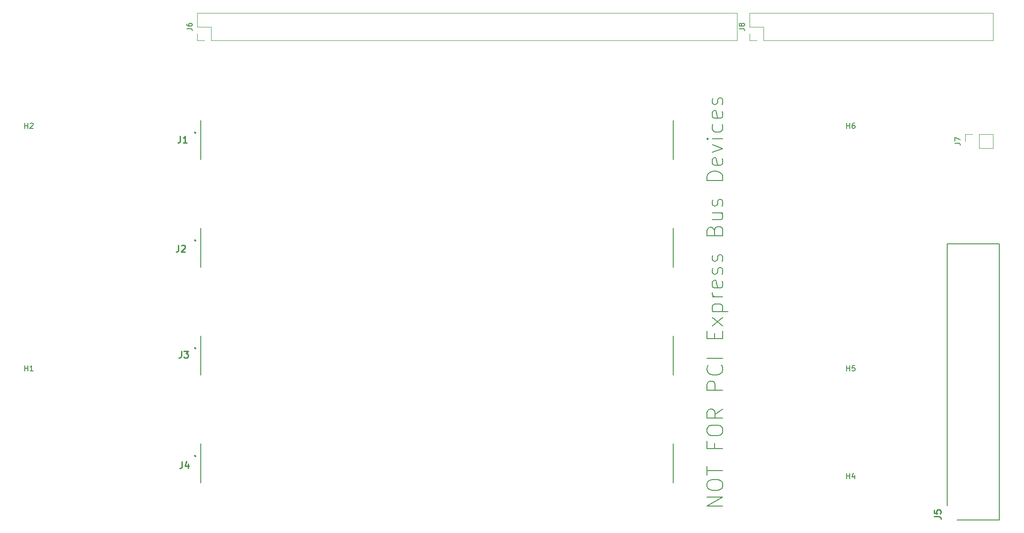
<source format=gbr>
%TF.GenerationSoftware,KiCad,Pcbnew,7.0.10+dfsg-1*%
%TF.CreationDate,2024-02-25T05:42:20-05:00*%
%TF.ProjectId,BB816-MATX-minimal,42423831-362d-44d4-9154-582d6d696e69,rev?*%
%TF.SameCoordinates,Original*%
%TF.FileFunction,Legend,Top*%
%TF.FilePolarity,Positive*%
%FSLAX46Y46*%
G04 Gerber Fmt 4.6, Leading zero omitted, Abs format (unit mm)*
G04 Created by KiCad (PCBNEW 7.0.10+dfsg-1) date 2024-02-25 05:42:20*
%MOMM*%
%LPD*%
G01*
G04 APERTURE LIST*
%ADD10C,0.150000*%
%ADD11C,0.254000*%
%ADD12C,0.200000*%
%ADD13C,0.120000*%
G04 APERTURE END LIST*
D10*
X179085057Y-254177030D02*
X176085057Y-254177030D01*
X176085057Y-254177030D02*
X179085057Y-252462744D01*
X179085057Y-252462744D02*
X176085057Y-252462744D01*
X176085057Y-250462744D02*
X176085057Y-249891316D01*
X176085057Y-249891316D02*
X176227914Y-249605601D01*
X176227914Y-249605601D02*
X176513628Y-249319887D01*
X176513628Y-249319887D02*
X177085057Y-249177030D01*
X177085057Y-249177030D02*
X178085057Y-249177030D01*
X178085057Y-249177030D02*
X178656485Y-249319887D01*
X178656485Y-249319887D02*
X178942200Y-249605601D01*
X178942200Y-249605601D02*
X179085057Y-249891316D01*
X179085057Y-249891316D02*
X179085057Y-250462744D01*
X179085057Y-250462744D02*
X178942200Y-250748459D01*
X178942200Y-250748459D02*
X178656485Y-251034173D01*
X178656485Y-251034173D02*
X178085057Y-251177030D01*
X178085057Y-251177030D02*
X177085057Y-251177030D01*
X177085057Y-251177030D02*
X176513628Y-251034173D01*
X176513628Y-251034173D02*
X176227914Y-250748459D01*
X176227914Y-250748459D02*
X176085057Y-250462744D01*
X176085057Y-248319887D02*
X176085057Y-246605602D01*
X179085057Y-247462744D02*
X176085057Y-247462744D01*
X177513628Y-242319888D02*
X177513628Y-243319888D01*
X179085057Y-243319888D02*
X176085057Y-243319888D01*
X176085057Y-243319888D02*
X176085057Y-241891316D01*
X176085057Y-240177030D02*
X176085057Y-239605602D01*
X176085057Y-239605602D02*
X176227914Y-239319887D01*
X176227914Y-239319887D02*
X176513628Y-239034173D01*
X176513628Y-239034173D02*
X177085057Y-238891316D01*
X177085057Y-238891316D02*
X178085057Y-238891316D01*
X178085057Y-238891316D02*
X178656485Y-239034173D01*
X178656485Y-239034173D02*
X178942200Y-239319887D01*
X178942200Y-239319887D02*
X179085057Y-239605602D01*
X179085057Y-239605602D02*
X179085057Y-240177030D01*
X179085057Y-240177030D02*
X178942200Y-240462745D01*
X178942200Y-240462745D02*
X178656485Y-240748459D01*
X178656485Y-240748459D02*
X178085057Y-240891316D01*
X178085057Y-240891316D02*
X177085057Y-240891316D01*
X177085057Y-240891316D02*
X176513628Y-240748459D01*
X176513628Y-240748459D02*
X176227914Y-240462745D01*
X176227914Y-240462745D02*
X176085057Y-240177030D01*
X179085057Y-235891316D02*
X177656485Y-236891316D01*
X179085057Y-237605602D02*
X176085057Y-237605602D01*
X176085057Y-237605602D02*
X176085057Y-236462745D01*
X176085057Y-236462745D02*
X176227914Y-236177030D01*
X176227914Y-236177030D02*
X176370771Y-236034173D01*
X176370771Y-236034173D02*
X176656485Y-235891316D01*
X176656485Y-235891316D02*
X177085057Y-235891316D01*
X177085057Y-235891316D02*
X177370771Y-236034173D01*
X177370771Y-236034173D02*
X177513628Y-236177030D01*
X177513628Y-236177030D02*
X177656485Y-236462745D01*
X177656485Y-236462745D02*
X177656485Y-237605602D01*
X179085057Y-232319888D02*
X176085057Y-232319888D01*
X176085057Y-232319888D02*
X176085057Y-231177031D01*
X176085057Y-231177031D02*
X176227914Y-230891316D01*
X176227914Y-230891316D02*
X176370771Y-230748459D01*
X176370771Y-230748459D02*
X176656485Y-230605602D01*
X176656485Y-230605602D02*
X177085057Y-230605602D01*
X177085057Y-230605602D02*
X177370771Y-230748459D01*
X177370771Y-230748459D02*
X177513628Y-230891316D01*
X177513628Y-230891316D02*
X177656485Y-231177031D01*
X177656485Y-231177031D02*
X177656485Y-232319888D01*
X178799342Y-227605602D02*
X178942200Y-227748459D01*
X178942200Y-227748459D02*
X179085057Y-228177031D01*
X179085057Y-228177031D02*
X179085057Y-228462745D01*
X179085057Y-228462745D02*
X178942200Y-228891316D01*
X178942200Y-228891316D02*
X178656485Y-229177031D01*
X178656485Y-229177031D02*
X178370771Y-229319888D01*
X178370771Y-229319888D02*
X177799342Y-229462745D01*
X177799342Y-229462745D02*
X177370771Y-229462745D01*
X177370771Y-229462745D02*
X176799342Y-229319888D01*
X176799342Y-229319888D02*
X176513628Y-229177031D01*
X176513628Y-229177031D02*
X176227914Y-228891316D01*
X176227914Y-228891316D02*
X176085057Y-228462745D01*
X176085057Y-228462745D02*
X176085057Y-228177031D01*
X176085057Y-228177031D02*
X176227914Y-227748459D01*
X176227914Y-227748459D02*
X176370771Y-227605602D01*
X179085057Y-226319888D02*
X176085057Y-226319888D01*
X177513628Y-222605603D02*
X177513628Y-221605603D01*
X179085057Y-221177031D02*
X179085057Y-222605603D01*
X179085057Y-222605603D02*
X176085057Y-222605603D01*
X176085057Y-222605603D02*
X176085057Y-221177031D01*
X179085057Y-220177031D02*
X177085057Y-218605603D01*
X177085057Y-220177031D02*
X179085057Y-218605603D01*
X177085057Y-217462746D02*
X180085057Y-217462746D01*
X177227914Y-217462746D02*
X177085057Y-217177032D01*
X177085057Y-217177032D02*
X177085057Y-216605603D01*
X177085057Y-216605603D02*
X177227914Y-216319889D01*
X177227914Y-216319889D02*
X177370771Y-216177032D01*
X177370771Y-216177032D02*
X177656485Y-216034174D01*
X177656485Y-216034174D02*
X178513628Y-216034174D01*
X178513628Y-216034174D02*
X178799342Y-216177032D01*
X178799342Y-216177032D02*
X178942200Y-216319889D01*
X178942200Y-216319889D02*
X179085057Y-216605603D01*
X179085057Y-216605603D02*
X179085057Y-217177032D01*
X179085057Y-217177032D02*
X178942200Y-217462746D01*
X179085057Y-214748460D02*
X177085057Y-214748460D01*
X177656485Y-214748460D02*
X177370771Y-214605603D01*
X177370771Y-214605603D02*
X177227914Y-214462746D01*
X177227914Y-214462746D02*
X177085057Y-214177031D01*
X177085057Y-214177031D02*
X177085057Y-213891317D01*
X178942200Y-211748460D02*
X179085057Y-212034174D01*
X179085057Y-212034174D02*
X179085057Y-212605603D01*
X179085057Y-212605603D02*
X178942200Y-212891317D01*
X178942200Y-212891317D02*
X178656485Y-213034174D01*
X178656485Y-213034174D02*
X177513628Y-213034174D01*
X177513628Y-213034174D02*
X177227914Y-212891317D01*
X177227914Y-212891317D02*
X177085057Y-212605603D01*
X177085057Y-212605603D02*
X177085057Y-212034174D01*
X177085057Y-212034174D02*
X177227914Y-211748460D01*
X177227914Y-211748460D02*
X177513628Y-211605603D01*
X177513628Y-211605603D02*
X177799342Y-211605603D01*
X177799342Y-211605603D02*
X178085057Y-213034174D01*
X178942200Y-210462745D02*
X179085057Y-210177031D01*
X179085057Y-210177031D02*
X179085057Y-209605602D01*
X179085057Y-209605602D02*
X178942200Y-209319888D01*
X178942200Y-209319888D02*
X178656485Y-209177031D01*
X178656485Y-209177031D02*
X178513628Y-209177031D01*
X178513628Y-209177031D02*
X178227914Y-209319888D01*
X178227914Y-209319888D02*
X178085057Y-209605602D01*
X178085057Y-209605602D02*
X178085057Y-210034174D01*
X178085057Y-210034174D02*
X177942200Y-210319888D01*
X177942200Y-210319888D02*
X177656485Y-210462745D01*
X177656485Y-210462745D02*
X177513628Y-210462745D01*
X177513628Y-210462745D02*
X177227914Y-210319888D01*
X177227914Y-210319888D02*
X177085057Y-210034174D01*
X177085057Y-210034174D02*
X177085057Y-209605602D01*
X177085057Y-209605602D02*
X177227914Y-209319888D01*
X178942200Y-208034174D02*
X179085057Y-207748460D01*
X179085057Y-207748460D02*
X179085057Y-207177031D01*
X179085057Y-207177031D02*
X178942200Y-206891317D01*
X178942200Y-206891317D02*
X178656485Y-206748460D01*
X178656485Y-206748460D02*
X178513628Y-206748460D01*
X178513628Y-206748460D02*
X178227914Y-206891317D01*
X178227914Y-206891317D02*
X178085057Y-207177031D01*
X178085057Y-207177031D02*
X178085057Y-207605603D01*
X178085057Y-207605603D02*
X177942200Y-207891317D01*
X177942200Y-207891317D02*
X177656485Y-208034174D01*
X177656485Y-208034174D02*
X177513628Y-208034174D01*
X177513628Y-208034174D02*
X177227914Y-207891317D01*
X177227914Y-207891317D02*
X177085057Y-207605603D01*
X177085057Y-207605603D02*
X177085057Y-207177031D01*
X177085057Y-207177031D02*
X177227914Y-206891317D01*
X177513628Y-202177032D02*
X177656485Y-201748460D01*
X177656485Y-201748460D02*
X177799342Y-201605603D01*
X177799342Y-201605603D02*
X178085057Y-201462746D01*
X178085057Y-201462746D02*
X178513628Y-201462746D01*
X178513628Y-201462746D02*
X178799342Y-201605603D01*
X178799342Y-201605603D02*
X178942200Y-201748460D01*
X178942200Y-201748460D02*
X179085057Y-202034175D01*
X179085057Y-202034175D02*
X179085057Y-203177032D01*
X179085057Y-203177032D02*
X176085057Y-203177032D01*
X176085057Y-203177032D02*
X176085057Y-202177032D01*
X176085057Y-202177032D02*
X176227914Y-201891318D01*
X176227914Y-201891318D02*
X176370771Y-201748460D01*
X176370771Y-201748460D02*
X176656485Y-201605603D01*
X176656485Y-201605603D02*
X176942200Y-201605603D01*
X176942200Y-201605603D02*
X177227914Y-201748460D01*
X177227914Y-201748460D02*
X177370771Y-201891318D01*
X177370771Y-201891318D02*
X177513628Y-202177032D01*
X177513628Y-202177032D02*
X177513628Y-203177032D01*
X177085057Y-198891318D02*
X179085057Y-198891318D01*
X177085057Y-200177032D02*
X178656485Y-200177032D01*
X178656485Y-200177032D02*
X178942200Y-200034175D01*
X178942200Y-200034175D02*
X179085057Y-199748460D01*
X179085057Y-199748460D02*
X179085057Y-199319889D01*
X179085057Y-199319889D02*
X178942200Y-199034175D01*
X178942200Y-199034175D02*
X178799342Y-198891318D01*
X178942200Y-197605603D02*
X179085057Y-197319889D01*
X179085057Y-197319889D02*
X179085057Y-196748460D01*
X179085057Y-196748460D02*
X178942200Y-196462746D01*
X178942200Y-196462746D02*
X178656485Y-196319889D01*
X178656485Y-196319889D02*
X178513628Y-196319889D01*
X178513628Y-196319889D02*
X178227914Y-196462746D01*
X178227914Y-196462746D02*
X178085057Y-196748460D01*
X178085057Y-196748460D02*
X178085057Y-197177032D01*
X178085057Y-197177032D02*
X177942200Y-197462746D01*
X177942200Y-197462746D02*
X177656485Y-197605603D01*
X177656485Y-197605603D02*
X177513628Y-197605603D01*
X177513628Y-197605603D02*
X177227914Y-197462746D01*
X177227914Y-197462746D02*
X177085057Y-197177032D01*
X177085057Y-197177032D02*
X177085057Y-196748460D01*
X177085057Y-196748460D02*
X177227914Y-196462746D01*
X179085057Y-192748461D02*
X176085057Y-192748461D01*
X176085057Y-192748461D02*
X176085057Y-192034175D01*
X176085057Y-192034175D02*
X176227914Y-191605604D01*
X176227914Y-191605604D02*
X176513628Y-191319889D01*
X176513628Y-191319889D02*
X176799342Y-191177032D01*
X176799342Y-191177032D02*
X177370771Y-191034175D01*
X177370771Y-191034175D02*
X177799342Y-191034175D01*
X177799342Y-191034175D02*
X178370771Y-191177032D01*
X178370771Y-191177032D02*
X178656485Y-191319889D01*
X178656485Y-191319889D02*
X178942200Y-191605604D01*
X178942200Y-191605604D02*
X179085057Y-192034175D01*
X179085057Y-192034175D02*
X179085057Y-192748461D01*
X178942200Y-188605604D02*
X179085057Y-188891318D01*
X179085057Y-188891318D02*
X179085057Y-189462747D01*
X179085057Y-189462747D02*
X178942200Y-189748461D01*
X178942200Y-189748461D02*
X178656485Y-189891318D01*
X178656485Y-189891318D02*
X177513628Y-189891318D01*
X177513628Y-189891318D02*
X177227914Y-189748461D01*
X177227914Y-189748461D02*
X177085057Y-189462747D01*
X177085057Y-189462747D02*
X177085057Y-188891318D01*
X177085057Y-188891318D02*
X177227914Y-188605604D01*
X177227914Y-188605604D02*
X177513628Y-188462747D01*
X177513628Y-188462747D02*
X177799342Y-188462747D01*
X177799342Y-188462747D02*
X178085057Y-189891318D01*
X177085057Y-187462746D02*
X179085057Y-186748460D01*
X179085057Y-186748460D02*
X177085057Y-186034175D01*
X179085057Y-184891318D02*
X177085057Y-184891318D01*
X176085057Y-184891318D02*
X176227914Y-185034175D01*
X176227914Y-185034175D02*
X176370771Y-184891318D01*
X176370771Y-184891318D02*
X176227914Y-184748461D01*
X176227914Y-184748461D02*
X176085057Y-184891318D01*
X176085057Y-184891318D02*
X176370771Y-184891318D01*
X178942200Y-182177033D02*
X179085057Y-182462747D01*
X179085057Y-182462747D02*
X179085057Y-183034175D01*
X179085057Y-183034175D02*
X178942200Y-183319890D01*
X178942200Y-183319890D02*
X178799342Y-183462747D01*
X178799342Y-183462747D02*
X178513628Y-183605604D01*
X178513628Y-183605604D02*
X177656485Y-183605604D01*
X177656485Y-183605604D02*
X177370771Y-183462747D01*
X177370771Y-183462747D02*
X177227914Y-183319890D01*
X177227914Y-183319890D02*
X177085057Y-183034175D01*
X177085057Y-183034175D02*
X177085057Y-182462747D01*
X177085057Y-182462747D02*
X177227914Y-182177033D01*
X178942200Y-179748461D02*
X179085057Y-180034175D01*
X179085057Y-180034175D02*
X179085057Y-180605604D01*
X179085057Y-180605604D02*
X178942200Y-180891318D01*
X178942200Y-180891318D02*
X178656485Y-181034175D01*
X178656485Y-181034175D02*
X177513628Y-181034175D01*
X177513628Y-181034175D02*
X177227914Y-180891318D01*
X177227914Y-180891318D02*
X177085057Y-180605604D01*
X177085057Y-180605604D02*
X177085057Y-180034175D01*
X177085057Y-180034175D02*
X177227914Y-179748461D01*
X177227914Y-179748461D02*
X177513628Y-179605604D01*
X177513628Y-179605604D02*
X177799342Y-179605604D01*
X177799342Y-179605604D02*
X178085057Y-181034175D01*
X178942200Y-178462746D02*
X179085057Y-178177032D01*
X179085057Y-178177032D02*
X179085057Y-177605603D01*
X179085057Y-177605603D02*
X178942200Y-177319889D01*
X178942200Y-177319889D02*
X178656485Y-177177032D01*
X178656485Y-177177032D02*
X178513628Y-177177032D01*
X178513628Y-177177032D02*
X178227914Y-177319889D01*
X178227914Y-177319889D02*
X178085057Y-177605603D01*
X178085057Y-177605603D02*
X178085057Y-178034175D01*
X178085057Y-178034175D02*
X177942200Y-178319889D01*
X177942200Y-178319889D02*
X177656485Y-178462746D01*
X177656485Y-178462746D02*
X177513628Y-178462746D01*
X177513628Y-178462746D02*
X177227914Y-178319889D01*
X177227914Y-178319889D02*
X177085057Y-178034175D01*
X177085057Y-178034175D02*
X177085057Y-177605603D01*
X177085057Y-177605603D02*
X177227914Y-177319889D01*
D11*
X218892318Y-256121332D02*
X219799461Y-256121332D01*
X219799461Y-256121332D02*
X219980889Y-256181809D01*
X219980889Y-256181809D02*
X220101842Y-256302761D01*
X220101842Y-256302761D02*
X220162318Y-256484190D01*
X220162318Y-256484190D02*
X220162318Y-256605142D01*
X218892318Y-254911809D02*
X218892318Y-255516571D01*
X218892318Y-255516571D02*
X219497080Y-255577047D01*
X219497080Y-255577047D02*
X219436603Y-255516571D01*
X219436603Y-255516571D02*
X219376127Y-255395618D01*
X219376127Y-255395618D02*
X219376127Y-255093237D01*
X219376127Y-255093237D02*
X219436603Y-254972285D01*
X219436603Y-254972285D02*
X219497080Y-254911809D01*
X219497080Y-254911809D02*
X219618032Y-254851332D01*
X219618032Y-254851332D02*
X219920413Y-254851332D01*
X219920413Y-254851332D02*
X220041365Y-254911809D01*
X220041365Y-254911809D02*
X220101842Y-254972285D01*
X220101842Y-254972285D02*
X220162318Y-255093237D01*
X220162318Y-255093237D02*
X220162318Y-255395618D01*
X220162318Y-255395618D02*
X220101842Y-255516571D01*
X220101842Y-255516571D02*
X220041365Y-255577047D01*
D10*
X47498095Y-228664819D02*
X47498095Y-227664819D01*
X47498095Y-228141009D02*
X48069523Y-228141009D01*
X48069523Y-228664819D02*
X48069523Y-227664819D01*
X49069523Y-228664819D02*
X48498095Y-228664819D01*
X48783809Y-228664819D02*
X48783809Y-227664819D01*
X48783809Y-227664819D02*
X48688571Y-227807676D01*
X48688571Y-227807676D02*
X48593333Y-227902914D01*
X48593333Y-227902914D02*
X48498095Y-227950533D01*
X47498095Y-182944819D02*
X47498095Y-181944819D01*
X47498095Y-182421009D02*
X48069523Y-182421009D01*
X48069523Y-182944819D02*
X48069523Y-181944819D01*
X48498095Y-182040057D02*
X48545714Y-181992438D01*
X48545714Y-181992438D02*
X48640952Y-181944819D01*
X48640952Y-181944819D02*
X48879047Y-181944819D01*
X48879047Y-181944819D02*
X48974285Y-181992438D01*
X48974285Y-181992438D02*
X49021904Y-182040057D01*
X49021904Y-182040057D02*
X49069523Y-182135295D01*
X49069523Y-182135295D02*
X49069523Y-182230533D01*
X49069523Y-182230533D02*
X49021904Y-182373390D01*
X49021904Y-182373390D02*
X48450476Y-182944819D01*
X48450476Y-182944819D02*
X49069523Y-182944819D01*
X202438095Y-248984819D02*
X202438095Y-247984819D01*
X202438095Y-248461009D02*
X203009523Y-248461009D01*
X203009523Y-248984819D02*
X203009523Y-247984819D01*
X203914285Y-248318152D02*
X203914285Y-248984819D01*
X203676190Y-247937200D02*
X203438095Y-248651485D01*
X203438095Y-248651485D02*
X204057142Y-248651485D01*
X202438095Y-228664819D02*
X202438095Y-227664819D01*
X202438095Y-228141009D02*
X203009523Y-228141009D01*
X203009523Y-228664819D02*
X203009523Y-227664819D01*
X203961904Y-227664819D02*
X203485714Y-227664819D01*
X203485714Y-227664819D02*
X203438095Y-228141009D01*
X203438095Y-228141009D02*
X203485714Y-228093390D01*
X203485714Y-228093390D02*
X203580952Y-228045771D01*
X203580952Y-228045771D02*
X203819047Y-228045771D01*
X203819047Y-228045771D02*
X203914285Y-228093390D01*
X203914285Y-228093390D02*
X203961904Y-228141009D01*
X203961904Y-228141009D02*
X204009523Y-228236247D01*
X204009523Y-228236247D02*
X204009523Y-228474342D01*
X204009523Y-228474342D02*
X203961904Y-228569580D01*
X203961904Y-228569580D02*
X203914285Y-228617200D01*
X203914285Y-228617200D02*
X203819047Y-228664819D01*
X203819047Y-228664819D02*
X203580952Y-228664819D01*
X203580952Y-228664819D02*
X203485714Y-228617200D01*
X203485714Y-228617200D02*
X203438095Y-228569580D01*
X202438095Y-182944819D02*
X202438095Y-181944819D01*
X202438095Y-182421009D02*
X203009523Y-182421009D01*
X203009523Y-182944819D02*
X203009523Y-181944819D01*
X203914285Y-181944819D02*
X203723809Y-181944819D01*
X203723809Y-181944819D02*
X203628571Y-181992438D01*
X203628571Y-181992438D02*
X203580952Y-182040057D01*
X203580952Y-182040057D02*
X203485714Y-182182914D01*
X203485714Y-182182914D02*
X203438095Y-182373390D01*
X203438095Y-182373390D02*
X203438095Y-182754342D01*
X203438095Y-182754342D02*
X203485714Y-182849580D01*
X203485714Y-182849580D02*
X203533333Y-182897200D01*
X203533333Y-182897200D02*
X203628571Y-182944819D01*
X203628571Y-182944819D02*
X203819047Y-182944819D01*
X203819047Y-182944819D02*
X203914285Y-182897200D01*
X203914285Y-182897200D02*
X203961904Y-182849580D01*
X203961904Y-182849580D02*
X204009523Y-182754342D01*
X204009523Y-182754342D02*
X204009523Y-182516247D01*
X204009523Y-182516247D02*
X203961904Y-182421009D01*
X203961904Y-182421009D02*
X203914285Y-182373390D01*
X203914285Y-182373390D02*
X203819047Y-182325771D01*
X203819047Y-182325771D02*
X203628571Y-182325771D01*
X203628571Y-182325771D02*
X203533333Y-182373390D01*
X203533333Y-182373390D02*
X203485714Y-182421009D01*
X203485714Y-182421009D02*
X203438095Y-182516247D01*
D11*
X76796667Y-184414318D02*
X76796667Y-185321461D01*
X76796667Y-185321461D02*
X76736190Y-185502889D01*
X76736190Y-185502889D02*
X76615238Y-185623842D01*
X76615238Y-185623842D02*
X76433809Y-185684318D01*
X76433809Y-185684318D02*
X76312857Y-185684318D01*
X78066667Y-185684318D02*
X77340952Y-185684318D01*
X77703809Y-185684318D02*
X77703809Y-184414318D01*
X77703809Y-184414318D02*
X77582857Y-184595746D01*
X77582857Y-184595746D02*
X77461905Y-184716699D01*
X77461905Y-184716699D02*
X77340952Y-184777175D01*
X76456667Y-204964318D02*
X76456667Y-205871461D01*
X76456667Y-205871461D02*
X76396190Y-206052889D01*
X76396190Y-206052889D02*
X76275238Y-206173842D01*
X76275238Y-206173842D02*
X76093809Y-206234318D01*
X76093809Y-206234318D02*
X75972857Y-206234318D01*
X77000952Y-205085270D02*
X77061428Y-205024794D01*
X77061428Y-205024794D02*
X77182381Y-204964318D01*
X77182381Y-204964318D02*
X77484762Y-204964318D01*
X77484762Y-204964318D02*
X77605714Y-205024794D01*
X77605714Y-205024794D02*
X77666190Y-205085270D01*
X77666190Y-205085270D02*
X77726667Y-205206222D01*
X77726667Y-205206222D02*
X77726667Y-205327175D01*
X77726667Y-205327175D02*
X77666190Y-205508603D01*
X77666190Y-205508603D02*
X76940476Y-206234318D01*
X76940476Y-206234318D02*
X77726667Y-206234318D01*
X77136667Y-245754318D02*
X77136667Y-246661461D01*
X77136667Y-246661461D02*
X77076190Y-246842889D01*
X77076190Y-246842889D02*
X76955238Y-246963842D01*
X76955238Y-246963842D02*
X76773809Y-247024318D01*
X76773809Y-247024318D02*
X76652857Y-247024318D01*
X78285714Y-246177651D02*
X78285714Y-247024318D01*
X77983333Y-245693842D02*
X77680952Y-246600984D01*
X77680952Y-246600984D02*
X78467143Y-246600984D01*
D10*
X222804819Y-185713333D02*
X223519104Y-185713333D01*
X223519104Y-185713333D02*
X223661961Y-185760952D01*
X223661961Y-185760952D02*
X223757200Y-185856190D01*
X223757200Y-185856190D02*
X223804819Y-185999047D01*
X223804819Y-185999047D02*
X223804819Y-186094285D01*
X222804819Y-185332380D02*
X222804819Y-184665714D01*
X222804819Y-184665714D02*
X223804819Y-185094285D01*
D11*
X77006667Y-224924318D02*
X77006667Y-225831461D01*
X77006667Y-225831461D02*
X76946190Y-226012889D01*
X76946190Y-226012889D02*
X76825238Y-226133842D01*
X76825238Y-226133842D02*
X76643809Y-226194318D01*
X76643809Y-226194318D02*
X76522857Y-226194318D01*
X77490476Y-224924318D02*
X78276667Y-224924318D01*
X78276667Y-224924318D02*
X77853333Y-225408127D01*
X77853333Y-225408127D02*
X78034762Y-225408127D01*
X78034762Y-225408127D02*
X78155714Y-225468603D01*
X78155714Y-225468603D02*
X78216190Y-225529080D01*
X78216190Y-225529080D02*
X78276667Y-225650032D01*
X78276667Y-225650032D02*
X78276667Y-225952413D01*
X78276667Y-225952413D02*
X78216190Y-226073365D01*
X78216190Y-226073365D02*
X78155714Y-226133842D01*
X78155714Y-226133842D02*
X78034762Y-226194318D01*
X78034762Y-226194318D02*
X77671905Y-226194318D01*
X77671905Y-226194318D02*
X77550952Y-226133842D01*
X77550952Y-226133842D02*
X77490476Y-226073365D01*
D10*
X182164819Y-164123333D02*
X182879104Y-164123333D01*
X182879104Y-164123333D02*
X183021961Y-164170952D01*
X183021961Y-164170952D02*
X183117200Y-164266190D01*
X183117200Y-164266190D02*
X183164819Y-164409047D01*
X183164819Y-164409047D02*
X183164819Y-164504285D01*
X182593390Y-163504285D02*
X182545771Y-163599523D01*
X182545771Y-163599523D02*
X182498152Y-163647142D01*
X182498152Y-163647142D02*
X182402914Y-163694761D01*
X182402914Y-163694761D02*
X182355295Y-163694761D01*
X182355295Y-163694761D02*
X182260057Y-163647142D01*
X182260057Y-163647142D02*
X182212438Y-163599523D01*
X182212438Y-163599523D02*
X182164819Y-163504285D01*
X182164819Y-163504285D02*
X182164819Y-163313809D01*
X182164819Y-163313809D02*
X182212438Y-163218571D01*
X182212438Y-163218571D02*
X182260057Y-163170952D01*
X182260057Y-163170952D02*
X182355295Y-163123333D01*
X182355295Y-163123333D02*
X182402914Y-163123333D01*
X182402914Y-163123333D02*
X182498152Y-163170952D01*
X182498152Y-163170952D02*
X182545771Y-163218571D01*
X182545771Y-163218571D02*
X182593390Y-163313809D01*
X182593390Y-163313809D02*
X182593390Y-163504285D01*
X182593390Y-163504285D02*
X182641009Y-163599523D01*
X182641009Y-163599523D02*
X182688628Y-163647142D01*
X182688628Y-163647142D02*
X182783866Y-163694761D01*
X182783866Y-163694761D02*
X182974342Y-163694761D01*
X182974342Y-163694761D02*
X183069580Y-163647142D01*
X183069580Y-163647142D02*
X183117200Y-163599523D01*
X183117200Y-163599523D02*
X183164819Y-163504285D01*
X183164819Y-163504285D02*
X183164819Y-163313809D01*
X183164819Y-163313809D02*
X183117200Y-163218571D01*
X183117200Y-163218571D02*
X183069580Y-163170952D01*
X183069580Y-163170952D02*
X182974342Y-163123333D01*
X182974342Y-163123333D02*
X182783866Y-163123333D01*
X182783866Y-163123333D02*
X182688628Y-163170952D01*
X182688628Y-163170952D02*
X182641009Y-163218571D01*
X182641009Y-163218571D02*
X182593390Y-163313809D01*
X78024819Y-164123333D02*
X78739104Y-164123333D01*
X78739104Y-164123333D02*
X78881961Y-164170952D01*
X78881961Y-164170952D02*
X78977200Y-164266190D01*
X78977200Y-164266190D02*
X79024819Y-164409047D01*
X79024819Y-164409047D02*
X79024819Y-164504285D01*
X78024819Y-163218571D02*
X78024819Y-163409047D01*
X78024819Y-163409047D02*
X78072438Y-163504285D01*
X78072438Y-163504285D02*
X78120057Y-163551904D01*
X78120057Y-163551904D02*
X78262914Y-163647142D01*
X78262914Y-163647142D02*
X78453390Y-163694761D01*
X78453390Y-163694761D02*
X78834342Y-163694761D01*
X78834342Y-163694761D02*
X78929580Y-163647142D01*
X78929580Y-163647142D02*
X78977200Y-163599523D01*
X78977200Y-163599523D02*
X79024819Y-163504285D01*
X79024819Y-163504285D02*
X79024819Y-163313809D01*
X79024819Y-163313809D02*
X78977200Y-163218571D01*
X78977200Y-163218571D02*
X78929580Y-163170952D01*
X78929580Y-163170952D02*
X78834342Y-163123333D01*
X78834342Y-163123333D02*
X78596247Y-163123333D01*
X78596247Y-163123333D02*
X78501009Y-163170952D01*
X78501009Y-163170952D02*
X78453390Y-163218571D01*
X78453390Y-163218571D02*
X78405771Y-163313809D01*
X78405771Y-163313809D02*
X78405771Y-163504285D01*
X78405771Y-163504285D02*
X78453390Y-163599523D01*
X78453390Y-163599523D02*
X78501009Y-163647142D01*
X78501009Y-163647142D02*
X78596247Y-163694761D01*
D12*
%TO.C,J5*%
X231200000Y-256750000D02*
X223250000Y-256750000D01*
X221400000Y-254050000D02*
X221400000Y-204750000D01*
X221400000Y-204750000D02*
X231200000Y-204750000D01*
X231200000Y-204750000D02*
X231200000Y-256750000D01*
%TO.C,J1*%
X80699200Y-181415200D02*
X80699200Y-188815200D01*
X169699200Y-181415200D02*
X169699200Y-188815200D01*
X79761530Y-183755200D02*
G75*
G03*
X79440870Y-183755200I-160330J0D01*
G01*
X79440870Y-183755200D02*
G75*
G03*
X79761530Y-183755200I160330J0D01*
G01*
X79753260Y-183877200D02*
G75*
G03*
X79669140Y-183877200I-42060J0D01*
G01*
X79669140Y-183877200D02*
G75*
G03*
X79753260Y-183877200I42060J0D01*
G01*
%TO.C,J2*%
X80699200Y-201735200D02*
X80699200Y-209135200D01*
X169699200Y-201735200D02*
X169699200Y-209135200D01*
X79761530Y-204075200D02*
G75*
G03*
X79440870Y-204075200I-160330J0D01*
G01*
X79440870Y-204075200D02*
G75*
G03*
X79761530Y-204075200I160330J0D01*
G01*
X79753260Y-204197200D02*
G75*
G03*
X79669140Y-204197200I-42060J0D01*
G01*
X79669140Y-204197200D02*
G75*
G03*
X79753260Y-204197200I42060J0D01*
G01*
%TO.C,J4*%
X80699200Y-242375200D02*
X80699200Y-249775200D01*
X169699200Y-242375200D02*
X169699200Y-249775200D01*
X79761530Y-244715200D02*
G75*
G03*
X79440870Y-244715200I-160330J0D01*
G01*
X79440870Y-244715200D02*
G75*
G03*
X79761530Y-244715200I160330J0D01*
G01*
X79753260Y-244837200D02*
G75*
G03*
X79669140Y-244837200I-42060J0D01*
G01*
X79669140Y-244837200D02*
G75*
G03*
X79753260Y-244837200I42060J0D01*
G01*
D13*
%TO.C,J7*%
X227390000Y-186710000D02*
X229990000Y-186710000D01*
X227390000Y-186710000D02*
X227390000Y-184050000D01*
X229990000Y-186710000D02*
X229990000Y-184050000D01*
X224790000Y-185380000D02*
X224790000Y-184050000D01*
X224790000Y-184050000D02*
X226120000Y-184050000D01*
X227390000Y-184050000D02*
X229990000Y-184050000D01*
D12*
%TO.C,J3*%
X80699200Y-222055200D02*
X80699200Y-229455200D01*
X169699200Y-222055200D02*
X169699200Y-229455200D01*
X79761530Y-224395200D02*
G75*
G03*
X79440870Y-224395200I-160330J0D01*
G01*
X79440870Y-224395200D02*
G75*
G03*
X79761530Y-224395200I160330J0D01*
G01*
X79753260Y-224517200D02*
G75*
G03*
X79669140Y-224517200I-42060J0D01*
G01*
X79669140Y-224517200D02*
G75*
G03*
X79753260Y-224517200I42060J0D01*
G01*
D13*
%TO.C,J8*%
X229990000Y-161190000D02*
X229990000Y-166390000D01*
X184150000Y-161190000D02*
X229990000Y-161190000D01*
X184150000Y-161190000D02*
X184150000Y-163790000D01*
X186750000Y-163790000D02*
X186750000Y-166390000D01*
X184150000Y-163790000D02*
X186750000Y-163790000D01*
X184150000Y-165060000D02*
X184150000Y-166390000D01*
X186750000Y-166390000D02*
X229990000Y-166390000D01*
X184150000Y-166390000D02*
X185480000Y-166390000D01*
%TO.C,J6*%
X80010000Y-166390000D02*
X81340000Y-166390000D01*
X82610000Y-166390000D02*
X181730000Y-166390000D01*
X80010000Y-165060000D02*
X80010000Y-166390000D01*
X80010000Y-163790000D02*
X82610000Y-163790000D01*
X82610000Y-163790000D02*
X82610000Y-166390000D01*
X80010000Y-161190000D02*
X80010000Y-163790000D01*
X80010000Y-161190000D02*
X181730000Y-161190000D01*
X181730000Y-161190000D02*
X181730000Y-166390000D01*
%TD*%
M02*

</source>
